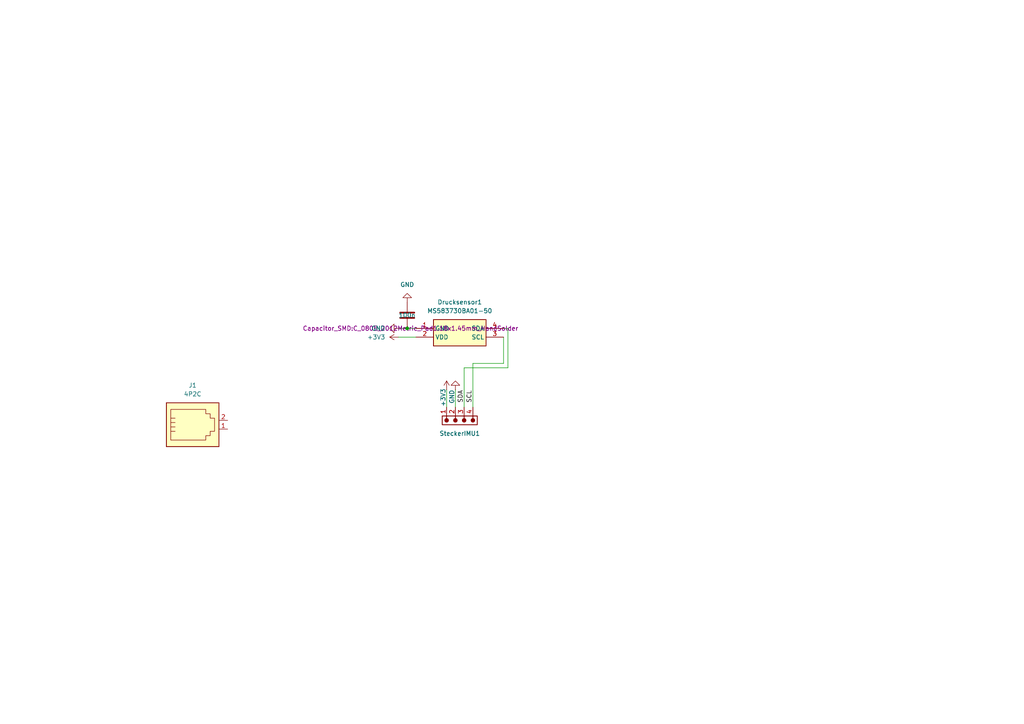
<source format=kicad_sch>
(kicad_sch (version 20250114) (generator "eeschema") (generator_version "9.0")
  (paper "A4")
  (title_block (title "Drucksensor") (date "2025-08-06") (rev "1") (company "U-Stall"))
  (lib_symbols
    (symbol "Connector:4P2C" (pin_names (offset 1.016))
      (property "Reference" "J" (at -5.08 8.89 0))
      (property "Value" "4P2C" (at 2.54 8.89 0))
      (symbol "4P2C_0_1"
        (polyline (pts (xy -6.35 3.175) (xy -5.08 3.175) (xy -5.08 3.175)))
        (polyline (pts (xy -6.35 1.905) (xy -5.08 1.905) (xy -5.08 1.905)))
        (polyline (pts (xy -6.35 0.635) (xy -5.08 0.635) (xy -5.08 0.635)))
        (polyline (pts (xy -6.35 -0.635) (xy -5.08 -0.635) (xy -5.08 -0.635)))
        (polyline (pts (xy -6.35 -3.175) (xy -6.35 5.715) (xy -1.27 5.715) (xy 3.81 5.715) (xy 3.81 4.445) (xy 5.08 4.445) (xy 5.08 3.175) (xy 6.35 3.175) (xy 6.35 -0.635) (xy 5.08 -0.635) (xy 5.08 -1.905) (xy 3.81 -1.905) (xy 3.81 -3.175) (xy -6.35 -3.175) (xy -6.35 -3.175)))
        (rectangle (start 7.62 7.62) (end -7.62 -5.08) (stroke (width 0.254)) (fill (type background)))
      )
      (symbol "4P2C_1_1"
        (pin passive line (at 10.16 2.54 180) (length 2.54) (name "~") (number "2"))
        (pin passive line (at 10.16 0 180) (length 2.54) (name "~") (number "1"))
      )
    )
    (symbol "Connector_Wurth_WR-WTB:61900411021" (pin_names (hide yes))
      (property "Reference" "J" (at 0 5.08 0))
      (symbol "61900411021_1_1"
        (rectangle (start -5.08 1.27) (end 5.08 -1.27) (stroke (width 0.254)))
        (circle (center -3.81 0) (radius 0.508) (stroke (width 0.254)) (fill (type outline)))
        (polyline (pts (xy -3.81 -0.508) (xy -3.81 -1.27)) (stroke (width 0.254)))
        (circle (center -1.27 0) (radius 0.508) (stroke (width 0.254)) (fill (type outline)))
        (polyline (pts (xy -1.27 -0.508) (xy -1.27 -1.27)) (stroke (width 0.254)))
        (circle (center 1.27 0) (radius 0.508) (stroke (width 0.254)) (fill (type outline)))
        (polyline (pts (xy 1.27 -0.508) (xy 1.27 -1.27)) (stroke (width 0.254)))
        (circle (center 3.81 0) (radius 0.508) (stroke (width 0.254)) (fill (type outline)))
        (polyline (pts (xy 3.81 -0.508) (xy 3.81 -1.27)) (stroke (width 0.254)))
        (pin passive line (at -3.81 -3.81 90) (length 2.54) (name "4") (number "4"))
        (pin passive line (at -1.27 -3.81 90) (length 2.54) (name "3") (number "3"))
        (pin passive line (at 1.27 -3.81 90) (length 2.54) (name "2") (number "2"))
        (pin passive line (at 3.81 -3.81 90) (length 2.54) (name "1") (number "1"))
      )
    )
    (symbol "Device:C" (pin_numbers (hide yes)) (pin_names (offset 0.254))
      (property "Reference" "C" (at 0.635 2.54 0))
      (property "Value" "C" (at 0.635 -2.54 0))
      (symbol "C_0_1"
        (polyline (pts (xy -2.032 0.762) (xy 2.032 0.762)) (stroke (width 0.508)))
        (polyline (pts (xy -2.032 -0.762) (xy 2.032 -0.762)) (stroke (width 0.508)))
      )
      (symbol "C_1_1"
        (pin passive line (at 0 3.81 270) (length 2.794) (name "~") (number "1"))
        (pin passive line (at 0 -3.81 90) (length 2.794) (name "~") (number "2"))
      )
    )
    (symbol "SamacSys_Parts:MS583730BA01-50"
      (property "Reference" "IC" (at 21.59 7.62 0))
      (property "Value" "MS583730BA01-50" (at 21.59 5.08 0))
      (symbol "MS583730BA01-50_1_1"
        (rectangle (start 5.08 2.54) (end 20.32 -5.08) (stroke (width 0.254)) (fill (type background)))
        (pin passive line (at 0 0 0) (length 5.08) (name "GND") (number "1"))
        (pin passive line (at 0 -2.54 0) (length 5.08) (name "VDD") (number "2"))
        (pin passive line (at 25.4 0 180) (length 5.08) (name "SDA") (number "4"))
        (pin passive line (at 25.4 -2.54 180) (length 5.08) (name "SCL") (number "3"))
      )
    )
    (symbol "power:+3V3" (power) (pin_numbers (hide yes)) (pin_names (offset 0) (hide yes))
      (property "Value" "+3V3" (at 0 3.556 0))
      (symbol "+3V3_0_1"
        (polyline (pts (xy -0.762 1.27) (xy 0 2.54)))
        (polyline (pts (xy 0 2.54) (xy 0.762 1.27)))
        (polyline (pts (xy 0 0) (xy 0 2.54)))
      )
      (symbol "+3V3_1_1"
        (pin power_in line (at 0 0 90) (length 0) (name "~") (number "1"))
      )
    )
    (symbol "power:GND" (power) (pin_numbers (hide yes)) (pin_names (offset 0) (hide yes))
      (property "Value" "GND" (at 0 -3.81 0))
      (symbol "GND_0_1"
        (polyline (pts (xy 0 0) (xy 0 -1.27) (xy 1.27 -1.27) (xy 0 -2.54) (xy -1.27 -1.27) (xy 0 -1.27)))
      )
      (symbol "GND_1_1"
        (pin power_in line (at 0 0 270) (length 0) (name "~") (number "1"))
      )
    )
  )
  (junction (at 118.11 95.25))
  (wire (pts (xy 118.11 95.25) (xy 120.65 95.25)))
  (wire (pts (xy 115.57 97.79) (xy 120.65 97.79)))
  (wire (pts (xy 146.05 105.41) (xy 137.16 105.41)))
  (wire (pts (xy 147.32 95.25) (xy 147.32 106.68)))
  (wire (pts (xy 134.62 106.68) (xy 147.32 106.68)))
  (wire (pts (xy 146.05 97.79) (xy 146.05 105.41)))
  (wire (pts (xy 137.16 105.41) (xy 137.16 118.11)))
  (wire (pts (xy 115.57 95.25) (xy 118.11 95.25)))
  (wire (pts (xy 146.05 95.25) (xy 147.32 95.25)))
  (wire (pts (xy 134.62 106.68) (xy 134.62 118.11)))
  (wire (pts (xy 129.54 113.03) (xy 129.54 118.11)))
  (wire (pts (xy 132.08 113.03) (xy 132.08 118.11)))
  (label "SCL" (at 137.16 116.84 90))
  (label "SDA" (at 134.62 116.84 90))
  (symbol (lib_id "Device:C") (at 118.11 91.44 0) (unit 1)
    (property "Reference" "C4" (effects (hide yes)))
    (property "Value" "100n" (at 115.57 91.44 0) (effects (justify left)))
    (property "Footprint" "Capacitor_SMD:C_0805_2012Metric_Pad1.18x1.45mm_HandSolder" (at 119.0752 95.25 0))
    (property "Description" "Unpolarized capacitor" (effects (hide yes)))
  )
  (symbol (lib_id "power:+3V3") (at 129.54 113.03 0) (unit 1)
    (property "Reference" "#PWR018" (effects (hide yes)))
    (property "Value" "+3V3" (at 128.524 115.316 90))
    (property "Description" "Power symbol creates a global label with name \"+3V3\"" (effects (hide yes)))
  )
  (symbol (lib_id "power:GND") (at 132.08 113.03 180) (unit 1)
    (property "Reference" "#PWR021" (effects (hide yes)))
    (property "Value" "GND" (at 131.064 115.062 90))
    (property "Description" "Power symbol creates a global label with name \"GND\" , ground" (effects (hide yes)))
  )
  (symbol (lib_id "power:+3V3") (at 115.57 97.79 90) (unit 1)
    (property "Reference" "#PWR019" (effects (hide yes)))
    (property "Value" "+3V3" (at 111.76 97.7899 90) (effects (justify left)))
    (property "Description" "Power symbol creates a global label with name \"+3V3\"" (effects (hide yes)))
  )
  (symbol (lib_id "power:GND") (at 118.11 87.63 180) (unit 1)
    (property "Reference" "#PWR022" (effects (hide yes)))
    (property "Value" "GND" (at 118.11 82.55 0))
    (property "Description" "Power symbol creates a global label with name \"GND\" , ground" (effects (hide yes)))
  )
  (symbol (lib_id "Connector_Wurth_WR-WTB:61900411021") (at 133.35 121.92 180) (unit 1)
    (property "Reference" "SteckerIMU1" (at 133.35 125.73 0))
    (property "Value" "61900411021" (effects (hide yes)))
    (property "Footprint" "Connector_THT_Wurth:J_Wurth_WR-WTB_61900411021" (effects (hide yes)))
    (property "Datasheet" "https://www.we-online.com/en/components/products/datasheet/61900411021?ki" (effects (hide yes)))
    (property "Description" "2.54 mm Male Right Angled Locking Header Bottom Locking" (effects (hide yes)))
    (property "Manufacturer" "Wurth Elektronik" (effects (hide yes)))
    (property "Manufacturer URL" "https://www.we-online.com" (effects (hide yes)))
    (property "Match Code" "WR-WTB" (effects (hide yes)))
    (property "Pins (pcs)" "4" (effects (hide yes)))
    (property "Pitch (mm)" "2.54" (effects (hide yes)))
    (property "Gender" "Male" (effects (hide yes)))
    (property "Type" "Right Angled Bottom Locking" (effects (hide yes)))
    (property "Mounting Technology" "THT" (effects (hide yes)))
    (property "Working Voltage (V (AC))" "250" (effects (hide yes)))
    (property "PCB/Cable/Panel" "PCB" (effects (hide yes)))
    (property "Contact Resistance (mΩ)" "20" (effects (hide yes)))
    (property "Tol. R" "max." (effects (hide yes)))
    (property "L (mm)" "10.16" (effects (hide yes)))
  )
  (symbol (lib_id "Connector:4P2C") (at 55.88 124.46 0) (unit 1)
    (property "Reference" "J1" (at 55.88 111.76 0))
    (property "Value" "4P2C" (at 55.88 114.3 0))
    (property "Description" "RJ connector, 4P2C (4 positions 2 connected)" (effects (hide yes)))
  )
  (symbol (lib_id "SamacSys_Parts:MS583730BA01-50") (at 120.65 95.25 0) (unit 1)
    (property "Reference" "Drucksensor1" (at 133.35 87.63 0))
    (property "Value" "MS583730BA01-50" (at 133.35 90.17 0))
    (property "Footprint" "MS583730BA0150" (effects (hide yes)))
    (property "Datasheet" "https://www.te.com/commerce/DocumentDelivery/DDEController?Action=srchrtrv&DocNm=MS5837-30BA&DocType=Data%20Sheet&DocLang=English&PartCntxt=MS583730BA01-50&DocFormat=pdf" (effects (hide yes)))
    (property "Description" "Dimensions: Dimensions 3.3 x 3.3 x 2.75 MM | Dimensions .11 x .11 x 0.03 INCH | Electrical Characteristics: Board Level Pressure Sensor Supply Voltage 1.5  3.6 V | Operation/Application: Proof Pressure Range 50 bar | Board Level Pressure Sensor Accuracy +/-1.5mbar | Output Interface I2C | Output/Span 24 bit ADC | Resolution .2 | Pressure 30000 MBAR | Packaging Features: Board Level Pressure Sensor Package Surface Mountable | Product Type Features: Board Level Pressure Sensor Type Digital Pressure and Alti" (effects (hide yes)))
    (property "Manufacturer_Name" "TE Connectivity" (effects (hide yes)))
    (property "Manufacturer_Part_Number" "MS583730BA01-50" (effects (hide yes)))
    (property "Mouser Part Number" "824-MS583730BA01-50" (effects (hide yes)))
    (property "Mouser Price/Stock" "https://www.mouser.co.uk/ProductDetail/Measurement-Specialties/MS583730BA01-50?qs=SvmF4ZFxmIz%2F53mFym%252BZPQ%3D%3D" (effects (hide yes)))
    (property "Arrow Part Number" "MS583730BA01-50" (effects (hide yes)))
    (property "Arrow Price/Stock" "https://www.arrow.com/en/products/ms583730ba01-50/te-connectivity?utm_currency=USD&region=nac" (effects (hide yes)))
  )
  (symbol (lib_id "power:GND") (at 115.57 95.25 270) (unit 1)
    (property "Reference" "#PWR020" (effects (hide yes)))
    (property "Value" "GND" (at 111.76 95.2499 90) (effects (justify right)))
    (property "Description" "Power symbol creates a global label with name \"GND\" , ground" (effects (hide yes)))
  )
)
</source>
